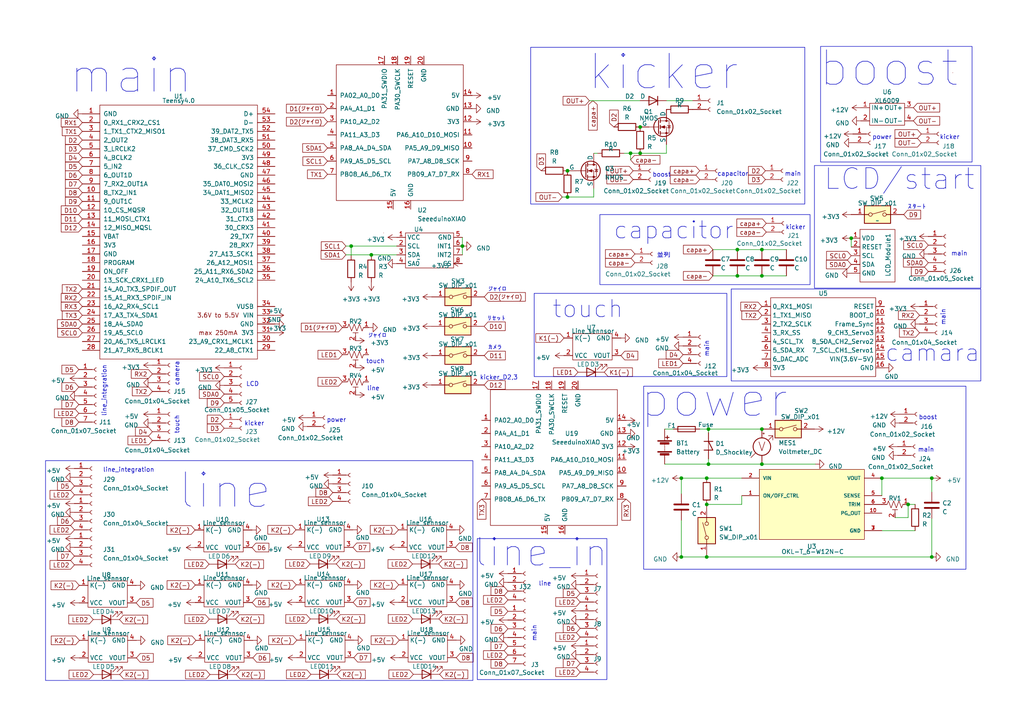
<source format=kicad_sch>
(kicad_sch (version 20230121) (generator eeschema)
  (paper "A4")
  (junction (at 270.256 161.544))
  (junction (at 255.778 138.684))
  (junction (at 263.398 146.304))
  (junction (at 213.868 72.39))
  (junction (at 134.112 71.374))
  (junction (at 220.98 124.46))
  (junction (at 185.674 36.83))
  (junction (at 197.612 161.544))
  (junction (at 182.88 44.45))
  (junction (at 164.592 57.15))
  (junction (at 220.98 72.39))
  (junction (at 185.674 44.45))
  (junction (at 246.888 69.088))
  (junction (at 101.854 71.374))
  (junction (at 204.978 161.544))
  (junction (at 270.256 138.684))
  (junction (at 107.696 73.914))
  (junction (at 213.868 80.01))
  (junction (at 197.612 138.684))
  (junction (at 220.98 80.01))
  (junction (at 220.98 134.62))
  (junction (at 205.486 134.62))
  (junction (at 164.592 49.53))
  (junction (at 205.486 124.46))
  (junction (at 204.978 138.684))
  (junction (at 204.978 146.304))
  (wire (pts (xy 259.588 150.114) (xy 263.398 150.114)))
  (wire (pts (xy 192.786 134.62) (xy 205.486 134.62)))
  (wire (pts (xy 206.756 80.01) (xy 213.868 80.01)))
  (wire (pts (xy 172.212 57.15) (xy 172.212 54.61)))
  (wire (pts (xy 206.756 72.39) (xy 213.868 72.39)))
  (wire (pts (xy 213.868 80.01) (xy 220.98 80.01)))
  (wire (pts (xy 205.486 133.096) (xy 205.486 134.62)))
  (wire (pts (xy 197.612 161.544) (xy 204.978 161.544)))
  (wire (pts (xy 205.486 124.46) (xy 220.98 124.46)))
  (wire (pts (xy 236.474 134.62) (xy 220.98 134.62)))
  (wire (pts (xy 182.88 44.45) (xy 185.674 44.45)))
  (wire (pts (xy 263.398 150.114) (xy 263.398 146.304)))
  (wire (pts (xy 200.914 29.21) (xy 193.294 29.21)))
  (wire (pts (xy 213.868 72.39) (xy 220.98 72.39)))
  (wire (pts (xy 263.398 146.304) (xy 265.43 146.304)))
  (wire (pts (xy 220.98 80.01) (xy 228.092 80.01)))
  (wire (pts (xy 197.612 138.684) (xy 204.978 138.684)))
  (wire (pts (xy 255.778 138.684) (xy 255.778 143.764)))
  (wire (pts (xy 101.854 74.168) (xy 101.854 71.374)))
  (wire (pts (xy 107.696 74.168) (xy 107.696 73.914)))
  (wire (pts (xy 255.778 153.924) (xy 265.43 153.924)))
  (wire (pts (xy 180.975 44.45) (xy 182.88 44.45)))
  (wire (pts (xy 204.978 146.304) (xy 215.138 146.304)))
  (wire (pts (xy 202.946 124.46) (xy 205.486 124.46)))
  (wire (pts (xy 197.612 150.876) (xy 197.612 161.544)))
  (wire (pts (xy 204.978 138.684) (xy 215.138 138.684)))
  (wire (pts (xy 100.33 73.914) (xy 107.696 73.914)))
  (wire (pts (xy 193.294 44.45) (xy 185.674 44.45)))
  (wire (pts (xy 192.786 124.46) (xy 195.326 124.46)))
  (wire (pts (xy 270.256 142.748) (xy 270.256 138.684)))
  (wire (pts (xy 270.256 161.544) (xy 204.978 161.544)))
  (wire (pts (xy 100.33 71.374) (xy 101.854 71.374)))
  (wire (pts (xy 134.112 73.914) (xy 134.112 71.374)))
  (wire (pts (xy 193.294 41.91) (xy 193.294 44.45)))
  (wire (pts (xy 215.138 146.304) (xy 215.138 143.764)))
  (wire (pts (xy 270.256 138.684) (xy 255.778 138.684)))
  (wire (pts (xy 163.068 57.15) (xy 164.592 57.15)))
  (wire (pts (xy 205.486 134.62) (xy 220.98 134.62)))
  (wire (pts (xy 107.696 73.914) (xy 115.062 73.914)))
  (wire (pts (xy 101.854 71.374) (xy 115.062 71.374)))
  (wire (pts (xy 270.256 150.368) (xy 270.256 161.544)))
  (wire (pts (xy 182.88 44.45) (xy 182.88 46.355)))
  (wire (pts (xy 205.486 125.476) (xy 205.486 124.46)))
  (wire (pts (xy 246.888 69.088) (xy 246.888 71.628)))
  (wire (pts (xy 220.98 72.39) (xy 228.092 72.39)))
  (wire (pts (xy 170.942 29.21) (xy 185.674 29.21)))
  (wire (pts (xy 164.592 57.15) (xy 172.212 57.15)))
  (wire (pts (xy 134.112 71.374) (xy 134.112 68.834)))
  (wire (pts (xy 173.355 44.45) (xy 172.212 44.45)))
  (wire (pts (xy 197.612 143.256) (xy 197.612 138.684)))
  (rectangle (start 186.69 112.014) (end 280.162 165.1))
  (rectangle (start 153.924 13.716) (end 233.426 59.182))
  (rectangle (start 236.22 48.006) (end 284.48 83.566))
  (rectangle (start 173.99 62.23) (end 234.95 82.55))
  (rectangle (start 138.43 156.21) (end 176.022 197.104))
  (rectangle (start 237.998 13.462) (end 281.94 46.99))
  (rectangle (start 13.208 133.604) (end 137.16 197.358))
  (rectangle (start 212.09 83.82) (end 284.48 110.49))
  (rectangle (start 154.94 85.09) (end 210.82 109.22))
  (text "main" (at 227.584 51.308 0) (effects (font (size 1.27 1.27)) (justify left bottom)))
  (text "line_integration" (at 30.988 120.904 90) (effects (font (size 1.27 1.27)) (justify left bottom)))
  (text "line" (at 51.308 148.336 0) (effects (font (size 10 10)) (justify left bottom)))
  (text "camera" (at 52.07 112.014 90) (effects (font (size 1.27 1.27)) (justify left bottom)))
  (text "line_integration" (at 29.845 137.16 0) (effects (font (size 1.27 1.27)) (justify left bottom)))
  (text "main" (at 274.32 94.488 90) (effects (font (size 1.27 1.27)) (justify left bottom)))
  (text "main" (at 266.192 131.318 0) (effects (font (size 1.27 1.27)) (justify left bottom)))
  (text "リセット" (at 141.1806 93.3655 0) (effects (font (size 1.27 1.27)) (justify left bottom)))
  (text "camara" (at 256.54 105.41 0) (effects (font (size 5 5)) (justify left bottom)))
  (text "main" (at 155.702 186.182 90) (effects (font (size 1.27 1.27)) (justify left bottom)))
  (text "capacitor" (at 177.8 69.85 0) (effects (font (size 5 5)) (justify left bottom)))
  (text "ジャイロ" (at 106.68 98.298 0) (effects (font (size 1.27 1.27)) (justify left bottom)))
  (text "LCD" (at 71.374 112.268 0) (effects (font (size 1.27 1.27)) (justify left bottom)))
  (text "line" (at 156.21 170.18 0) (effects (font (size 1.27 1.27)) (justify left bottom)))
  (text "line_in" (at 137.16 165.1 0) (effects (font (size 8 8)) (justify left bottom)))
  (text "power" (at 94.742 122.682 0) (effects (font (size 1.27 1.27)) (justify left bottom)))
  (text "kicker" (at 170.18 26.924 0) (effects (font (size 10 10)) (justify left bottom)))
  (text "main" (at 19.812 27.94 0) (effects (font (size 10 10)) (justify left bottom)))
  (text "kicker" (at 227.838 66.802 0) (effects (font (size 1.27 1.27)) (justify left bottom)))
  (text "カメラ" (at 141.4346 101.7475 0) (effects (font (size 1.27 1.27)) (justify left bottom)))
  (text "touch" (at 106.172 105.664 0) (effects (font (size 1.27 1.27)) (justify left bottom)))
  (text "LCD/start" (at 238.76 55.626 0) (effects (font (size 6 6)) (justify left bottom)))
  (text "capacitor" (at 208.026 51.308 0) (effects (font (size 1.27 1.27)) (justify left bottom)))
  (text "スタート" (at 263.144 60.96 0) (effects (font (size 1.27 1.27)) (justify left bottom)))
  (text "line" (at 106.426 113.538 0) (effects (font (size 1.27 1.27)) (justify left bottom)))
  (text "kicker" (at 272.542 40.64 0) (effects (font (size 1.27 1.27)) (justify left bottom)))
  (text "boost" (at 189.23 51.562 0) (effects (font (size 1.27 1.27)) (justify left bottom)))
  (text "並列" (at 190.5 74.93 0) (effects (font (size 1.27 1.27)) (justify left bottom)))
  (text "main" (at 275.844 74.422 0) (effects (font (size 1.27 1.27)) (justify left bottom)))
  (text "touch" (at 52.07 125.984 90) (effects (font (size 1.27 1.27)) (justify left bottom)))
  (text "power" (at 252.984 40.64 0) (effects (font (size 1.27 1.27)) (justify left bottom)))
  (text "kicker" (at 70.866 123.698 0) (effects (font (size 1.27 1.27)) (justify left bottom)))
  (text "boost" (at 237.236 25.908 0) (effects (font (size 10 10)) (justify left bottom)))
  (text "ジャイロ" (at 141.478 84.836 0) (effects (font (size 1.27 1.27)) (justify left bottom)))
  (text "power" (at 185.42 121.92 0) (effects (font (size 10 10)) (justify left bottom)))
  (text "kicker_D2,3" (at 139.1486 110.3835 0) (effects (font (size 1.27 1.27)) (justify left bottom)))
  (text "boost" (at 266.446 121.92 0) (effects (font (size 1.27 1.27)) (justify left bottom)))
  (text "touch" (at 160.02 92.71 0) (effects (font (size 5 5)) (justify left bottom)))
  (text "main" (at 205.74 103.632 90) (effects (font (size 1.27 1.27)) (justify left bottom)))
  (global_label "D7" (shape input) (at 102.616 190.754 0) (property "Intersheetrefs" "${INTERSHEET_REFS}" (effects hide)))
  (global_label "D6" (shape input) (at 168.275 182.245 180) (property "Intersheetrefs" "${INTERSHEET_REFS}" (effects hide)))
  (global_label "LED2" (shape input) (at 27.0392 179.6854 180) (property "Intersheetrefs" "${INTERSHEET_REFS}" (effects hide)))
  (global_label "capa+" (shape input) (at 206.756 72.39 180) (property "Intersheetrefs" "${INTERSHEET_REFS}" (effects hide)))
  (global_label "K2(-)" (shape input) (at 115.57 153.67 180) (property "Intersheetrefs" "${INTERSHEET_REFS}" (effects hide)))
  (global_label "D8" (shape input) (at 132.334 190.754 0) (property "Intersheetrefs" "${INTERSHEET_REFS}" (effects hide)))
  (global_label "D9" (shape input) (at 65.024 116.84 180) (property "Intersheetrefs" "${INTERSHEET_REFS}" (effects hide)))
  (global_label "K2(-)" (shape input) (at 23.0446 185.7277 180) (property "Intersheetrefs" "${INTERSHEET_REFS}" (effects hide)))
  (global_label "D2(ジャイロ)" (shape input) (at 94.996 35.306 180) (property "Intersheetrefs" "${INTERSHEET_REFS}" (effects hide)))
  (global_label "LED2" (shape input) (at 21.59 153.67 180) (property "Intersheetrefs" "${INTERSHEET_REFS}" (effects hide)))
  (global_label "OUT+" (shape input) (at 267.208 38.862 180) (property "Intersheetrefs" "${INTERSHEET_REFS}" (effects hide)))
  (global_label "K2(-)" (shape input) (at 86.106 185.674 180) (property "Intersheetrefs" "${INTERSHEET_REFS}" (effects hide)))
  (global_label "D7" (shape input) (at 102.362 158.75 0) (property "Intersheetrefs" "${INTERSHEET_REFS}" (effects hide)))
  (global_label "SDA0" (shape input) (at 65.024 114.3 180) (property "Intersheetrefs" "${INTERSHEET_REFS}" (effects hide)))
  (global_label "SCL1" (shape input) (at 100.33 71.374 180) (property "Intersheetrefs" "${INTERSHEET_REFS}" (effects hide)))
  (global_label "D1(ジャイロ)" (shape input) (at 94.996 31.496 180) (property "Intersheetrefs" "${INTERSHEET_REFS}" (effects hide)))
  (global_label "RX2" (shape input) (at 266.7 91.44 180) (property "Intersheetrefs" "${INTERSHEET_REFS}" (effects hide)))
  (global_label "LED2" (shape input) (at 119.634 163.576 180) (property "Intersheetrefs" "${INTERSHEET_REFS}" (effects hide)))
  (global_label "OUT+" (shape input) (at 264.922 31.242 0) (property "Intersheetrefs" "${INTERSHEET_REFS}" (effects hide)))
  (global_label "K2(-)" (shape input) (at 127.254 163.576 0) (property "Intersheetrefs" "${INTERSHEET_REFS}" (effects hide)))
  (global_label "D7" (shape input) (at 102.4314 174.6983 0) (property "Intersheetrefs" "${INTERSHEET_REFS}" (effects hide)))
  (global_label "D4" (shape input) (at 44.196 125.222 180) (property "Intersheetrefs" "${INTERSHEET_REFS}" (effects hide)))
  (global_label "K2(-)" (shape input) (at 34.6592 179.6854 0) (property "Intersheetrefs" "${INTERSHEET_REFS}" (effects hide)))
  (global_label "LED2" (shape input) (at 168.275 174.625 180) (property "Intersheetrefs" "${INTERSHEET_REFS}" (effects hide)))
  (global_label "LED2" (shape input) (at 96.52 145.415 180) (property "Intersheetrefs" "${INTERSHEET_REFS}" (effects hide)))
  (global_label "LED2" (shape input) (at 60.6366 163.6297 180) (property "Intersheetrefs" "${INTERSHEET_REFS}" (effects hide)))
  (global_label "LED2" (shape input) (at 21.59 143.51 180) (property "Intersheetrefs" "${INTERSHEET_REFS}" (effects hide)))
  (global_label "LED2" (shape input) (at 27.1086 195.6337 180) (property "Intersheetrefs" "${INTERSHEET_REFS}" (effects hide)))
  (global_label "D8" (shape input) (at 147.32 171.45 180) (property "Intersheetrefs" "${INTERSHEET_REFS}" (effects hide)))
  (global_label "SDA1" (shape input) (at 100.33 73.914 180) (property "Intersheetrefs" "${INTERSHEET_REFS}" (effects hide)))
  (global_label "D6" (shape input) (at 147.32 182.372 180) (property "Intersheetrefs" "${INTERSHEET_REFS}" (effects hide)))
  (global_label "D3" (shape input) (at 23.876 43.18 180) (property "Intersheetrefs" "${INTERSHEET_REFS}" (effects hide)))
  (global_label "K2(-)" (shape input) (at 97.79 195.58 0) (property "Intersheetrefs" "${INTERSHEET_REFS}" (effects hide)))
  (global_label "TX2" (shape input) (at 23.876 83.82 180) (property "Intersheetrefs" "${INTERSHEET_REFS}" (effects hide)))
  (global_label "SDA0" (shape input) (at 269.24 76.2 180) (property "Intersheetrefs" "${INTERSHEET_REFS}" (effects hide)))
  (global_label "SDA0" (shape input) (at 23.876 93.98 180) (property "Intersheetrefs" "${INTERSHEET_REFS}" (effects hide)))
  (global_label "LED2" (shape input) (at 119.7034 179.5243 180) (property "Intersheetrefs" "${INTERSHEET_REFS}" (effects hide)))
  (global_label "OUT-" (shape input) (at 264.922 35.052 0) (property "Intersheetrefs" "${INTERSHEET_REFS}" (effects hide)))
  (global_label "capa-" (shape input) (at 222.25 67.31 180) (property "Intersheetrefs" "${INTERSHEET_REFS}" (effects hide)))
  (global_label "TX2" (shape input) (at 266.7 96.52 180) (property "Intersheetrefs" "${INTERSHEET_REFS}" (effects hide)))
  (global_label "D2" (shape input) (at 23.876 40.64 180) (property "Intersheetrefs" "${INTERSHEET_REFS}" (effects hide)))
  (global_label "OUT-" (shape input) (at 267.208 41.402 180) (property "Intersheetrefs" "${INTERSHEET_REFS}" (effects hide)))
  (global_label "D5" (shape input) (at 168.275 172.085 180) (property "Intersheetrefs" "${INTERSHEET_REFS}" (effects hide)))
  (global_label "K2(-)" (shape input) (at 115.6394 169.6183 180) (property "Intersheetrefs" "${INTERSHEET_REFS}" (effects hide)))
  (global_label "D3" (shape input) (at 65.024 124.206 180) (property "Intersheetrefs" "${INTERSHEET_REFS}" (effects hide)))
  (global_label "D6" (shape input) (at 22.86 112.268 180) (property "Intersheetrefs" "${INTERSHEET_REFS}" (effects hide)))
  (global_label "D10" (shape input) (at 23.876 60.96 180) (property "Intersheetrefs" "${INTERSHEET_REFS}" (effects hide)))
  (global_label "RX1" (shape input) (at 23.876 35.56 180) (property "Intersheetrefs" "${INTERSHEET_REFS}" (effects hide)))
  (global_label "D7" (shape input) (at 147.32 187.452 180) (property "Intersheetrefs" "${INTERSHEET_REFS}" (effects hide)))
  (global_label "D5" (shape input) (at 22.86 107.188 180) (property "Intersheetrefs" "${INTERSHEET_REFS}" (effects hide)))
  (global_label "D5" (shape input) (at 39.5546 190.8077 0) (property "Intersheetrefs" "${INTERSHEET_REFS}" (effects hide)))
  (global_label "K2(-)" (shape input) (at 85.852 153.67 180) (property "Intersheetrefs" "${INTERSHEET_REFS}" (effects hide)))
  (global_label "K2(-)" (shape input) (at 68.326 179.578 0) (property "Intersheetrefs" "${INTERSHEET_REFS}" (effects hide)))
  (global_label "D11" (shape input) (at 140.462 103.124 0) (property "Intersheetrefs" "${INTERSHEET_REFS}" (effects hide)))
  (global_label "K2(-)" (shape input) (at 115.824 185.674 180) (property "Intersheetrefs" "${INTERSHEET_REFS}" (effects hide)))
  (global_label "K2(-)" (shape input) (at 56.5726 153.7237 180) (property "Intersheetrefs" "${INTERSHEET_REFS}" (effects hide)))
  (global_label "K2(-)" (shape input) (at 127.3234 179.5243 0) (property "Intersheetrefs" "${INTERSHEET_REFS}" (effects hide)))
  (global_label "LED2" (shape input) (at 60.706 179.578 180) (property "Intersheetrefs" "${INTERSHEET_REFS}" (effects hide)))
  (global_label "LED1" (shape input) (at 167.64 107.95 180) (property "Intersheetrefs" "${INTERSHEET_REFS}" (effects hide)))
  (global_label "RX3" (shape input) (at 181.61 144.78 270) (property "Intersheetrefs" "${INTERSHEET_REFS}" (effects hide)))
  (global_label "D7" (shape input) (at 23.876 53.34 180) (property "Intersheetrefs" "${INTERSHEET_REFS}" (effects hide)))
  (global_label "capa-" (shape input) (at 202.946 52.07 180) (property "Intersheetrefs" "${INTERSHEET_REFS}" (effects hide)))
  (global_label "K2(-)" (shape input) (at 56.8266 185.7277 180) (property "Intersheetrefs" "${INTERSHEET_REFS}" (effects hide)))
  (global_label "LED2" (shape input) (at 89.916 163.576 180) (property "Intersheetrefs" "${INTERSHEET_REFS}" (effects hide)))
  (global_label "D6" (shape input) (at 21.59 151.13 180) (property "Intersheetrefs" "${INTERSHEET_REFS}" (effects hide)))
  (global_label "K2(-)" (shape input) (at 34.7286 195.6337 0) (property "Intersheetrefs" "${INTERSHEET_REFS}" (effects hide)))
  (global_label "D8" (shape input) (at 132.1494 174.6983 0) (property "Intersheetrefs" "${INTERSHEET_REFS}" (effects hide)))
  (global_label "LED2" (shape input) (at 168.275 184.785 180) (property "Intersheetrefs" "${INTERSHEET_REFS}" (effects hide)))
  (global_label "LED2" (shape input) (at 60.8906 195.6337 180) (property "Intersheetrefs" "${INTERSHEET_REFS}" (effects hide)))
  (global_label "D5" (shape input) (at 39.4852 174.8594 0) (property "Intersheetrefs" "${INTERSHEET_REFS}" (effects hide)))
  (global_label "D5" (shape input) (at 23.876 48.26 180) (property "Intersheetrefs" "${INTERSHEET_REFS}" (effects hide)))
  (global_label "capa+" (shape input) (at 222.25 64.77 180) (property "Intersheetrefs" "${INTERSHEET_REFS}" (effects hide)))
  (global_label "K2(-)" (shape input) (at 56.642 169.672 180) (property "Intersheetrefs" "${INTERSHEET_REFS}" (effects hide)))
  (global_label "RX2" (shape input) (at 220.98 88.9 180) (property "Intersheetrefs" "${INTERSHEET_REFS}" (effects hide)))
  (global_label "D4" (shape input) (at 23.876 45.72 180) (property "Intersheetrefs" "${INTERSHEET_REFS}" (effects hide)))
  (global_label "RX2" (shape input) (at 44.196 108.458 180) (property "Intersheetrefs" "${INTERSHEET_REFS}" (effects hide)))
  (global_label "OUT-" (shape input) (at 163.068 57.15 180) (property "Intersheetrefs" "${INTERSHEET_REFS}" (effects hide)))
  (global_label "D6" (shape input) (at 23.876 50.8 180) (property "Intersheetrefs" "${INTERSHEET_REFS}" (effects hide)))
  (global_label "D3" (shape input) (at 221.996 52.07 180) (property "Intersheetrefs" "${INTERSHEET_REFS}" (effects hide)))
  (global_label "LED1" (shape input) (at 44.196 127.762 180) (property "Intersheetrefs" "${INTERSHEET_REFS}" (effects hide)))
  (global_label "LED2" (shape input) (at 99.314 110.744 180) (property "Intersheetrefs" "${INTERSHEET_REFS}" (effects hide)))
  (global_label "capa+" (shape input) (at 184.15 73.66 180) (property "Intersheetrefs" "${INTERSHEET_REFS}" (effects hide)))
  (global_label "D8" (shape input) (at 96.52 142.875 180) (property "Intersheetrefs" "${INTERSHEET_REFS}" (effects hide)))
  (global_label "K1(-)" (shape input) (at 163.576 98.044 180) (property "Intersheetrefs" "${INTERSHEET_REFS}" (effects hide)))
  (global_label "TX1" (shape input) (at 23.876 38.1 180) (property "Intersheetrefs" "${INTERSHEET_REFS}" (effects hide)))
  (global_label "LED1" (shape input) (at 99.314 102.87 180) (property "Intersheetrefs" "${INTERSHEET_REFS}" (effects hide)))
  (global_label "D3" (shape input) (at 156.972 49.53 90) (property "Intersheetrefs" "${INTERSHEET_REFS}" (effects hide)))
  (global_label "TX3" (shape input) (at 139.7 144.78 270) (property "Intersheetrefs" "${INTERSHEET_REFS}" (effects hide)))
  (global_label "D2" (shape input) (at 178.054 36.83 90) (property "Intersheetrefs" "${INTERSHEET_REFS}" (effects hide)))
  (global_label "capa-" (shape input) (at 184.15 76.2 180) (property "Intersheetrefs" "${INTERSHEET_REFS}" (effects hide)))
  (global_label "K2(-)" (shape input) (at 68.5106 195.6337 0) (property "Intersheetrefs" "${INTERSHEET_REFS}" (effects hide)))
  (global_label "capa-" (shape input) (at 182.88 46.355 0) (property "Intersheetrefs" "${INTERSHEET_REFS}" (effects hide)))
  (global_label "D1(ジャイロ)" (shape input) (at 99.314 94.996 180) (property "Intersheetrefs" "${INTERSHEET_REFS}" (effects hide)))
  (global_label "LED1" (shape input) (at 198.12 105.41 180) (property "Intersheetrefs" "${INTERSHEET_REFS}" (effects hide)))
  (global_label "capa+" (shape input) (at 202.946 49.53 180) (property "Intersheetrefs" "${INTERSHEET_REFS}" (effects hide)))
  (global_label "K2(-)" (shape input) (at 22.9752 169.7794 180) (property "Intersheetrefs" "${INTERSHEET_REFS}" (effects hide)))
  (global_label "LED2" (shape input) (at 168.275 194.945 180) (property "Intersheetrefs" "${INTERSHEET_REFS}" (effects hide)))
  (global_label "OUT-" (shape input) (at 183.642 52.07 180) (property "Intersheetrefs" "${INTERSHEET_REFS}" (effects hide)))
  (global_label "K2(-)" (shape input) (at 97.536 163.576 0) (property "Intersheetrefs" "${INTERSHEET_REFS}" (effects hide)))
  (global_label "LED2" (shape input) (at 119.888 195.58 180) (property "Intersheetrefs" "${INTERSHEET_REFS}" (effects hide)))
  (global_label "capa-" (shape input) (at 206.756 80.01 180) (property "Intersheetrefs" "${INTERSHEET_REFS}" (effects hide)))
  (global_label "D6" (shape input) (at 73.3366 190.8077 0) (property "Intersheetrefs" "${INTERSHEET_REFS}" (effects hide)))
  (global_label "LED2" (shape input) (at 147.32 189.992 180) (property "Intersheetrefs" "${INTERSHEET_REFS}" (effects hide)))
  (global_label "D7" (shape input) (at 22.86 117.348 180) (property "Intersheetrefs" "${INTERSHEET_REFS}" (effects hide)))
  (global_label "D9" (shape input) (at 269.24 78.74 180) (property "Intersheetrefs" "${INTERSHEET_REFS}" (effects hide)))
  (global_label "LED2" (shape input) (at 21.59 163.83 180) (property "Intersheetrefs" "${INTERSHEET_REFS}" (effects hide)))
  (global_label "D8" (shape input) (at 147.32 192.532 180) (property "Intersheetrefs" "${INTERSHEET_REFS}" (effects hide)))
  (global_label "D10" (shape input) (at 140.4186 94.6355 0) (property "Intersheetrefs" "${INTERSHEET_REFS}" (effects hide)))
  (global_label "D5" (shape input) (at 147.32 177.292 180) (property "Intersheetrefs" "${INTERSHEET_REFS}" (effects hide)))
  (global_label "capa+" (shape input) (at 171.958 29.21 270) (property "Intersheetrefs" "${INTERSHEET_REFS}" (effects hide)))
  (global_label "SCL0" (shape input) (at 269.24 71.12 180) (property "Intersheetrefs" "${INTERSHEET_REFS}" (effects hide)))
  (global_label "LED2" (shape input) (at 22.86 119.888 180) (property "Intersheetrefs" "${INTERSHEET_REFS}" (effects hide)))
  (global_label "K2(-)" (shape input) (at 97.6054 179.5243 0) (property "Intersheetrefs" "${INTERSHEET_REFS}" (effects hide)))
  (global_label "D7" (shape input) (at 21.59 161.29 180) (property "Intersheetrefs" "${INTERSHEET_REFS}" (effects hide)))
  (global_label "D5" (shape input) (at 21.59 140.97 180) (property "Intersheetrefs" "${INTERSHEET_REFS}" (effects hide)))
  (global_label "D11" (shape input) (at 23.876 63.5 180) (property "Intersheetrefs" "${INTERSHEET_REFS}" (effects hide)))
  (global_label "D6" (shape input) (at 73.152 174.752 0) (property "Intersheetrefs" "${INTERSHEET_REFS}" (effects hide)))
  (global_label "SCL0" (shape input) (at 65.024 109.22 180) (property "Intersheetrefs" "${INTERSHEET_REFS}" (effects hide)))
  (global_label "D4" (shape input) (at 180.086 103.124 0) (property "Intersheetrefs" "${INTERSHEET_REFS}" (effects hide)))
  (global_label "D4" (shape input) (at 198.12 102.87 180) (property "Intersheetrefs" "${INTERSHEET_REFS}" (effects hide)))
  (global_label "SCL0" (shape input) (at 246.888 74.168 180) (property "Intersheetrefs" "${INTERSHEET_REFS}" (effects hide)))
  (global_label "LED2" (shape input) (at 90.17 195.58 180) (property "Intersheetrefs" "${INTERSHEET_REFS}" (effects hide)))
  (global_label "D9" (shape input) (at 23.876 58.42 180) (property "Intersheetrefs" "${INTERSHEET_REFS}" (effects hide)))
  (global_label "TX3" (shape input) (at 23.876 91.44 180) (property "Intersheetrefs" "${INTERSHEET_REFS}" (effects hide)))
  (global_label "D12" (shape input) (at 140.4186 111.6535 0) (property "Intersheetrefs" "${INTERSHEET_REFS}" (effects hide)))
  (global_label "OUT+" (shape input) (at 183.642 49.53 180) (property "Intersheetrefs" "${INTERSHEET_REFS}" (effects hide)))
  (global_label "D12" (shape input) (at 23.876 66.04 180) (property "Intersheetrefs" "${INTERSHEET_REFS}" (effects hide)))
  (global_label "OUT+" (shape input) (at 170.942 29.21 180) (property "Intersheetrefs" "${INTERSHEET_REFS}" (effects hide)))
  (global_label "LED2" (shape input) (at 89.9854 179.5243 180) (property "Intersheetrefs" "${INTERSHEET_REFS}" (effects hide)))
  (global_label "D6" (shape input) (at 73.0826 158.8037 0) (property "Intersheetrefs" "${INTERSHEET_REFS}" (effects hide)))
  (global_label "LED2" (shape input) (at 147.32 173.99 180) (property "Intersheetrefs" "${INTERSHEET_REFS}" (effects hide)))
  (global_label "D8" (shape input) (at 23.876 55.88 180) (property "Intersheetrefs" "${INTERSHEET_REFS}" (effects hide)))
  (global_label "SDA0" (shape input) (at 246.888 76.708 180) (property "Intersheetrefs" "${INTERSHEET_REFS}" (effects hide)))
  (global_label "TX1" (shape input) (at 94.996 50.546 180) (property "Intersheetrefs" "${INTERSHEET_REFS}" (effects hide)))
  (global_label "D8" (shape input) (at 22.86 122.428 180) (property "Intersheetrefs" "${INTERSHEET_REFS}" (effects hide)))
  (global_label "D9" (shape input) (at 262.128 62.23 0) (property "Intersheetrefs" "${INTERSHEET_REFS}" (effects hide)))
  (global_label "TX2" (shape input) (at 44.196 113.538 180) (property "Intersheetrefs" "${INTERSHEET_REFS}" (effects hide)))
  (global_label "K2(-)" (shape input) (at 68.2566 163.6297 0) (property "Intersheetrefs" "${INTERSHEET_REFS}" (effects hide)))
  (global_label "TX2" (shape input) (at 220.98 91.44 180) (property "Intersheetrefs" "${INTERSHEET_REFS}" (effects hide)))
  (global_label "D2" (shape input) (at 221.996 49.53 180) (property "Intersheetrefs" "${INTERSHEET_REFS}" (effects hide)))
  (global_label "K2(-)" (shape input) (at 127.508 195.58 0) (property "Intersheetrefs" "${INTERSHEET_REFS}" (effects hide)))
  (global_label "D2" (shape input) (at 65.024 121.666 180) (property "Intersheetrefs" "${INTERSHEET_REFS}" (effects hide)))
  (global_label "D7" (shape input) (at 168.275 192.405 180) (property "Intersheetrefs" "${INTERSHEET_REFS}" (effects hide)))
  (global_label "RX1" (shape input) (at 136.906 50.546 0) (property "Intersheetrefs" "${INTERSHEET_REFS}" (effects hide)))
  (global_label "K1(-)" (shape input) (at 175.26 107.95 0) (property "Intersheetrefs" "${INTERSHEET_REFS}" (effects hide)))
  (global_label "D8" (shape input) (at 132.08 158.75 0) (property "Intersheetrefs" "${INTERSHEET_REFS}" (effects hide)))
  (global_label "RX2" (shape input) (at 23.876 86.36 180) (property "Intersheetrefs" "${INTERSHEET_REFS}" (effects hide)))
  (global_label "SDA1" (shape input) (at 94.996 42.926 180) (property "Intersheetrefs" "${INTERSHEET_REFS}" (effects hide)))
  (global_label "SCL1" (shape input) (at 94.996 46.736 180) (property "Intersheetrefs" "${INTERSHEET_REFS}" (effects hide)))
  (global_label "D2(ジャイロ)" (shape input) (at 140.462 86.106 0) (property "Intersheetrefs" "${INTERSHEET_REFS}" (effects hide)))
  (global_label "K2(-)" (shape input) (at 85.9214 169.6183 180) (property "Intersheetrefs" "${INTERSHEET_REFS}" (effects hide)))
  (global_label "SCL0" (shape input) (at 23.876 96.52 180) (property "Intersheetrefs" "${INTERSHEET_REFS}" (effects hide)))
  (global_label "RX3" (shape input) (at 23.876 88.9 180) (property "Intersheetrefs" "${INTERSHEET_REFS}" (effects hide)))
  (symbol (lib_id "power:+5V") (at 115.6394 174.6983 90) (unit 1)
    (property "Reference" "#PWR050" (effects hide))
    (property "Value" "+5V" (at 111.5557 175.3333 90) (effects (justify left)))
  )
  (symbol (lib_id "Line_Sensor:Line_sennsor") (at 94.8114 167.0783 0) (unit 1)
    (property "Reference" "U14" (at 93.7954 166.5703 0))
    (property "Value" "Line_sennsor" (at 94.3034 167.5863 0))
  )
  (symbol (lib_id "Connector:Conn_01x02_Socket") (at 94.234 121.158 0) (unit 1)
    (property "Reference" "J25" (at 95.25 124.714 0) (effects (justify left)))
    (property "Value" "Conn_01x02_Socket" (at 80.518 127 0) (effects (justify left)))
  )
  (symbol (lib_id "Connector:Conn_01x02_Socket") (at 189.23 73.66 0) (unit 1)
    (property "Reference" "J28" (at 190.246 77.216 0) (effects (justify left)))
    (property "Value" "Conn_01x02_Socket" (at 175.514 79.502 0) (effects (justify left)))
  )
  (symbol (lib_id "Connector:Conn_01x02_Socket") (at 265.43 129.54 0) (unit 1)
    (property "Reference" "J24" (at 266.446 133.096 0) (effects (justify left)))
    (property "Value" "Conn_01x02_Socket" (at 251.714 135.382 0) (effects (justify left)))
  )
  (symbol (lib_id "power:GND") (at 39.5546 185.7277 90) (unit 1)
    (property "Reference" "#PWR036" (effects hide))
    (property "Value" "GND" (at 43.6186 186.3627 90) (effects (justify right)))
  )
  (symbol (lib_id "Switch:SW_DIP_x01") (at 132.7986 94.6355 0) (unit 1)
    (property "Reference" "SW6" (at 132.588 89.916 0))
    (property "Value" "SW_DIP_x01" (at 132.7986 91.3335 0))
  )
  (symbol (lib_id "power:+5V") (at 56.5726 158.8037 90) (unit 1)
    (property "Reference" "#PWR037" (effects hide))
    (property "Value" "+5V" (at 52.4889 159.4387 90) (effects (justify left)))
  )
  (symbol (lib_id "power:+3V3") (at 79.756 96.52 270) (unit 1)
    (property "Reference" "#PWR09" (effects hide))
    (property "Value" "+3V3" (at 77.724 95.25 90) (effects (justify left)))
  )
  (symbol (lib_id "Device:C") (at 213.868 76.2 0) (unit 1)
    (property "Reference" "C8" (at 216.154 75.184 0) (effects (justify left)))
    (property "Value" "C" (at 216.154 77.724 0) (effects (justify left)))
  )
  (symbol (lib_id "power:+5V") (at 115.824 190.754 90) (unit 1)
    (property "Reference" "#PWR051" (effects hide))
    (property "Value" "+5V" (at 111.7403 191.389 90) (effects (justify left)))
  )
  (symbol (lib_id "power:GND") (at 23.876 33.02 270) (unit 1)
    (property "Reference" "#PWR019" (effects hide))
    (property "Value" "GND" (at 20.066 33.655 90) (effects (justify right)))
  )
  (symbol (lib_id "power:GND") (at 266.7 93.98 270) (unit 1)
    (property "Reference" "#PWR084" (effects hide))
    (property "Value" "GND" (at 263.144 94.615 90) (effects (justify right)))
  )
  (symbol (lib_id "power:+5V") (at 21.59 146.05 90) (unit 1)
    (property "Reference" "#PWR0104" (effects hide))
    (property "Value" "+5V" (at 17.5063 146.685 90) (effects (justify left)))
  )
  (symbol (lib_id "power:GND") (at 73.0826 153.7237 90) (unit 1)
    (property "Reference" "#PWR039" (effects hide))
    (property "Value" "GND" (at 73.5906 156.0097 90) (effects (justify right)))
  )
  (symbol (lib_id "Open MV:Open_MV") (at 238.76 96.52 0) (unit 1)
    (property "Reference" "U5" (at 238.76 85.09 0))
    (property "Value" "~" (at 238.76 99.06 0))
  )
  (symbol (lib_id "power:+5V") (at 89.154 121.158 90) (unit 1)
    (property "Reference" "#PWR093" (effects hide))
    (property "Value" "+5V" (at 85.7665 121.793 90) (effects (justify left)))
  )
  (symbol (lib_id "power:GND") (at 180.086 98.044 90) (unit 1)
    (property "Reference" "#PWR031" (effects hide))
    (property "Value" "GND" (at 184.15 98.679 90) (effects (justify right)))
  )
  (symbol (lib_id "power:GND") (at 256.54 106.68 90) (unit 1)
    (property "Reference" "#PWR026" (effects hide))
    (property "Value" "GND" (at 256.54 109.22 90) (effects (justify right)))
  )
  (symbol (lib_id "power:+5V") (at 103.124 106.68 270) (unit 1)
    (property "Reference" "#PWR029" (effects hide))
    (property "Value" "+5V" (at 107.442 107.315 90) (effects (justify left)))
  )
  (symbol (lib_id "Connector:Conn_01x02_Socket") (at 70.104 121.666 0) (unit 1)
    (property "Reference" "J23" (at 71.12 125.222 0) (effects (justify left)))
    (property "Value" "Conn_01x02_Socket" (at 56.388 127.508 0) (effects (justify left)))
  )
  (symbol (lib_id "power:+5V") (at 21.59 135.89 90) (unit 1)
    (property "Reference" "#PWR0102" (effects hide))
    (property "Value" "+5V" (at 17.5063 136.525 90) (effects (justify left)))
  )
  (symbol (lib_id "teensy:Teensy4.0") (at 51.816 67.31 0) (unit 1)
    (property "Reference" "U1" (at 51.816 27.94 0))
    (property "Value" "Teensy4.0" (at 51.816 29.21 0))
  )
  (symbol (lib_id "power:GND") (at 181.61 125.73 90) (unit 1)
    (property "Reference" "#PWR0100" (effects hide))
    (property "Value" "GND" (at 181.61 127 90) (effects (justify right)))
  )
  (symbol (lib_id "power:+12V") (at 197.612 138.684 90) (unit 1)
    (property "Reference" "#PWR04" (effects hide))
    (property "Value" "+12V" (at 194.056 139.319 90) (effects (justify left)))
  )
  (symbol (lib_id "Device:R") (at 101.854 77.978 0) (unit 1)
    (property "Reference" "R4" (at 103.886 77.343 0) (effects (justify left)))
    (property "Value" "R" (at 103.886 79.883 0) (effects (justify left)))
  )
  (symbol (lib_id "Device:R") (at 181.864 36.83 90) (unit 1)
    (property "Reference" "R6" (at 181.864 31.496 90))
    (property "Value" "R" (at 181.864 34.036 90))
  )
  (symbol (lib_id "Device:R_Potentiometer_Trim_US") (at 103.124 102.87 270) (unit 1)
    (property "Reference" "RV3" (at 103.124 101.092 90))
    (property "Value" "R_Potentiometer_Trim_US" (effects hide))
  )
  (symbol (lib_id "Device:C") (at 197.612 147.066 0) (unit 1)
    (property "Reference" "C1" (at 200.66 146.431 0) (effects (justify left)))
    (property "Value" "C" (at 200.66 148.971 0) (effects (justify left)))
  )
  (symbol (lib_id "Seeeduino XIAO:SeeeduinoXIAO") (at 161.29 133.35 0) (unit 1)
    (property "Reference" "U19" (at 163.83 125.73 0) (effects (justify left)))
    (property "Value" "SeeeduinoXIAO" (at 160.02 128.27 0) (effects (justify left)))
  )
  (symbol (lib_id "Device:R_Potentiometer_Trim_US") (at 103.124 94.996 270) (unit 1)
    (property "Reference" "RV2" (at 103.124 93.218 90))
    (property "Value" "R_Potentiometer_Trim_US" (effects hide))
  )
  (symbol (lib_id "Connector:Conn_01x04_Socket") (at 173.355 169.545 0) (unit 1)
    (property "Reference" "J7" (at 172.085 170.815 0) (effects (justify left)))
    (property "Value" "Conn_01x04_Socket" (effects hide))
  )
  (symbol (lib_id "power:GND") (at 102.362 153.67 90) (unit 1)
    (property "Reference" "#PWR046" (effects hide))
    (property "Value" "GND" (at 103.124 155.956 90) (effects (justify right)))
  )
  (symbol (lib_id "Connector:Conn_01x02_Socket") (at 272.288 38.862 0) (unit 1)
    (property "Reference" "J18" (at 273.304 42.418 0) (effects (justify left)))
    (property "Value" "Conn_01x02_Socket" (at 258.572 44.704 0) (effects (justify left)))
  )
  (symbol (lib_id "Connector:Conn_01x04_Socket") (at 26.67 148.59 0) (unit 1)
    (property "Reference" "J30" (at 29.845 149.225 0) (effects (justify left)))
    (property "Value" "Conn_01x04_Socket" (at 29.845 151.765 0) (effects (justify left)))
  )
  (symbol (lib_id "power:+3V3") (at 103.124 98.806 270) (unit 1)
    (property "Reference" "#PWR020" (effects hide))
    (property "Value" "+3V3" (at 107.442 99.441 90) (effects (justify left)))
  )
  (symbol (lib_id "power:GND") (at 132.1494 169.6183 90) (unit 1)
    (property "Reference" "#PWR053" (effects hide))
    (property "Value" "GND" (at 132.9114 172.1583 90) (effects (justify right)))
  )
  (symbol (lib_id "power:+5V") (at 23.0446 190.8077 90) (unit 1)
    (property "Reference" "#PWR035" (effects hide))
    (property "Value" "+5V" (at 18.9609 191.4427 90) (effects (justify left)))
  )
  (symbol (lib_id "power:GND") (at 147.32 168.91 270) (unit 1)
    (property "Reference" "#PWR0109" (effects hide))
    (property "Value" "GND" (at 144.526 169.545 90) (effects (justify right)))
  )
  (symbol (lib_id "Device:LED") (at 30.8492 179.6854 180) (unit 1)
    (property "Reference" "D4" (at 31.8652 177.3994 0))
    (property "Value" "LED" (at 28.5632 177.3994 0))
  )
  (symbol (lib_id "power:GND") (at 44.196 122.682 270) (unit 1)
    (property "Reference" "#PWR082" (effects hide))
    (property "Value" "GND" (at 40.132 123.317 90) (effects (justify right)))
  )
  (symbol (lib_id "Line_Sensor:Line_sennsor") (at 94.996 183.134 0) (unit 1)
    (property "Reference" "U15" (at 93.98 182.626 0))
    (property "Value" "Line_sennsor" (at 94.488 183.642 0))
  )
  (symbol (lib_id "power:GND") (at 89.154 123.698 270) (unit 1)
    (property "Reference" "#PWR094" (effects hide))
    (property "Value" "GND" (at 85.5967 124.333 90) (effects (justify right)))
  )
  (symbol (lib_id "Connector:Conn_01x04_Socket") (at 101.6 140.335 0) (unit 1)
    (property "Reference" "J10" (at 104.775 140.97 0) (effects (justify left)))
    (property "Value" "Conn_01x04_Socket" (at 104.775 143.51 0) (effects (justify left)))
  )
  (symbol (lib_id "power:GND") (at 134.112 71.374 90) (unit 1)
    (property "Reference" "#PWR014" (effects hide))
    (property "Value" "GND" (at 138.176 72.009 90) (effects (justify right)))
  )
  (symbol (lib_id "Connector:Conn_01x02_Socket") (at 265.938 120.142 0) (unit 1)
    (property "Reference" "J16" (at 266.954 123.698 0) (effects (justify left)))
    (property "Value" "Conn_01x02_Socket" (at 252.222 125.984 0) (effects (justify left)))
  )
  (symbol (lib_id "power:+5V") (at 44.196 120.142 90) (unit 1)
    (property "Reference" "#PWR081" (effects hide))
    (property "Value" "+5V" (at 40.1123 120.777 90) (effects (justify left)))
  )
  (symbol (lib_id "power:+3V3") (at 125.222 86.106 90) (unit 1)
    (property "Reference" "#PWR022" (effects hide))
    (property "Value" "+3V3" (at 121.7778 86.741 90) (effects (justify left)))
  )
  (symbol (lib_id "power:+12V") (at 249.682 31.242 90) (unit 1)
    (property "Reference" "#PWR027" (effects hide))
    (property "Value" "+12V" (at 246.126 31.877 90) (effects (justify left)))
  )
  (symbol (lib_id "Line_Sensor:Line_sennsor") (at 124.46 151.13 0) (unit 1)
    (property "Reference" "U16" (at 123.444 150.622 0))
    (property "Value" "Line_sennsor" (at 123.952 151.638 0))
  )
  (symbol (lib_id "power:+3V3") (at 125.1786 94.6355 90) (unit 1)
    (property "Reference" "#PWR057" (effects hide))
    (property "Value" "+3V3" (at 121.8766 95.2705 90) (effects (justify left)))
  )
  (symbol (lib_id "power:+3V3") (at 125.222 103.124 90) (unit 1)
    (property "Reference" "#PWR058" (effects hide))
    (property "Value" "+3V3" (at 121.92 103.759 90) (effects (justify left)))
  )
  (symbol (lib_id "power:GND") (at 197.612 161.544 270) (unit 1)
    (property "Reference" "#PWR03" (effects hide))
    (property "Value" "GND" (at 193.548 162.179 90) (effects (justify right)))
  )
  (symbol (lib_id "power:GND") (at 168.275 169.545 270) (unit 1)
    (property "Reference" "#PWR070" (effects hide))
    (property "Value" "GND" (at 165.481 170.18 90) (effects (justify right)))
  )
  (symbol (lib_id "power:+5V") (at 168.275 167.005 90) (unit 1)
    (property "Reference" "#PWR069" (effects hide))
    (property "Value" "+5V" (at 164.1913 167.64 90) (effects (justify left)))
  )
  (symbol (lib_id "Device:LED") (at 123.444 163.576 180) (unit 1)
    (property "Reference" "D12" (at 124.46 161.29 0))
    (property "Value" "LED" (at 121.158 161.29 0))
  )
  (symbol (lib_id "power:GND") (at 73.3366 185.7277 90) (unit 1)
    (property "Reference" "#PWR042" (effects hide))
    (property "Value" "GND" (at 73.8446 188.0137 90) (effects (justify right)))
  )
  (symbol (lib_id "Device:R") (at 177.165 44.45 90) (unit 1)
    (property "Reference" "R10" (at 177.165 41.91 90))
    (property "Value" "R" (at 177.165 43.18 90))
  )
  (symbol (lib_id "power:+3V3") (at 246.888 62.23 90) (unit 1)
    (property "Reference" "#PWR056" (effects hide))
    (property "Value" "+3V3" (at 243.586 62.865 90) (effects (justify left)))
  )
  (symbol (lib_id "Line_Sensor:Line_sennsor") (at 172.466 95.504 0) (unit 1)
    (property "Reference" "U7" (at 171.45 94.996 0))
    (property "Value" "Line_sennsor" (at 171.958 96.012 0))
  )
  (symbol (lib_id "power:+3V3") (at 134.112 76.454 90) (unit 1)
    (property "Reference" "#PWR015" (effects hide))
    (property "Value" "+3V3" (at 130.302 77.089 90) (effects (justify left)))
  )
  (symbol (lib_id "power:+3V3") (at 44.196 105.918 90) (unit 1)
    (property "Reference" "#PWR085" (effects hide))
    (property "Value" "+3V3" (at 40.5646 106.553 90) (effects (justify left)))
  )
  (symbol (lib_id "Connector:Conn_01x04_Socket") (at 49.276 122.682 0) (unit 1)
    (property "Reference" "J13" (at 50.292 127.762 0) (effects (justify left)))
    (property "Value" "Conn_01x04_Socket" (at 36.068 130.556 0) (effects (justify left)))
  )
  (symbol (lib_id "L3GD20H_Module:L3GD20H_module") (at 123.952 72.644 0) (unit 1)
    (property "Reference" "U4" (at 121.412 66.548 0))
    (property "Value" "~" (at 121.412 75.184 0))
  )
  (symbol (lib_id "power:GND") (at 39.4852 169.7794 90) (unit 1)
    (property "Reference" "#PWR034" (effects hide))
    (property "Value" "GND" (at 43.5492 170.4144 90) (effects (justify right)))
  )
  (symbol (lib_id "Connector:Conn_01x02_Socket") (at 227.076 49.53 0) (unit 1)
    (property "Reference" "J22" (at 228.092 53.086 0) (effects (justify left)))
    (property "Value" "Conn_01x02_Socket" (at 213.36 55.372 0) (effects (justify left)))
  )
  (symbol (lib_id "power:GND") (at 270.256 161.544 90) (unit 1)
    (property "Reference" "#PWR02" (effects hide))
    (property "Value" "GND" (at 274.32 162.179 90) (effects (justify right)))
  )
  (symbol (lib_id "power:+3V3") (at 269.24 68.58 90) (unit 1)
    (property "Reference" "#PWR096" (effects hide))
    (property "Value" "+3V3" (at 265.938 69.215 90) (effects (justify left)))
  )
  (symbol (lib_id "Device:R_Potentiometer_Trim_US") (at 259.588 146.304 270) (unit 1)
    (property "Reference" "RV1" (at 259.588 144.526 90))
    (property "Value" "R_Potentiometer_Trim_US" (effects hide))
  )
  (symbol (lib_id "Device:Voltmeter_DC") (at 220.98 129.54 0) (unit 1)
    (property "Reference" "MES1" (at 225.806 128.4605 0) (effects (justify left)))
    (property "Value" "Voltmeter_DC" (at 225.806 131.0005 0) (effects (justify left)))
  )
  (symbol (lib_id "power:+5V") (at 22.86 109.728 90) (unit 1)
    (property "Reference" "#PWR077" (effects hide))
    (property "Value" "+5V" (at 18.7763 110.363 90) (effects (justify left)))
  )
  (symbol (lib_id "Connector:Conn_01x04_Socket") (at 26.67 138.43 0) (unit 1)
    (property "Reference" "J29" (at 29.845 139.065 0) (effects (justify left)))
    (property "Value" "Conn_01x04_Socket" (at 29.845 141.605 0) (effects (justify left)))
  )
  (symbol (lib_id "power:GND") (at 21.59 158.75 270) (unit 1)
    (property "Reference" "#PWR0107" (effects hide))
    (property "Value" "GND" (at 18.796 159.385 90) (effects (justify right)))
  )
  (symbol (lib_id "power:+5V") (at 260.35 129.54 90) (unit 1)
    (property "Reference" "#PWR091" (effects hide))
    (property "Value" "+5V" (at 256.9625 130.175 90) (effects (justify left)))
  )
  (symbol (lib_id "power:+5V") (at 136.906 27.686 270) (unit 1)
    (property "Reference" "#PWR010" (effects hide))
    (property "Value" "+5V" (at 141.224 28.321 90) (effects (justify left)))
  )
  (symbol (lib_id "Seeeduino XIAO:SeeeduinoXIAO") (at 116.586 39.116 0) (unit 1)
    (property "Reference" "U2" (at 121.0819 60.96 0) (effects (justify left)))
    (property "Value" "SeeeduinoXIAO" (at 121.0819 63.5 0) (effects (justify left)))
  )
  (symbol (lib_id "Device:C") (at 270.256 146.558 0) (unit 1)
    (property "Reference" "C2" (at 273.304 145.923 0) (effects (justify left)))
    (property "Value" "C" (at 273.304 148.463 0) (effects (justify left)))
  )
  (symbol (lib_id "Switch:SW_DIP_x01") (at 132.842 103.124 0) (unit 1)
    (property "Reference" "SW7" (at 132.6314 98.4045 0))
    (property "Value" "SW_DIP_x01" (at 132.842 99.822 0))
  )
  (symbol (lib_id "power:GND") (at 136.906 31.496 90) (unit 1)
    (property "Reference" "#PWR011" (effects hide))
    (property "Value" "GND" (at 140.97 32.131 90) (effects (justify right)))
  )
  (symbol (lib_id "Line_Sensor:Line_sennsor") (at 31.9346 183.1877 0) (unit 1)
    (property "Reference" "U9" (at 30.9186 182.6797 0))
    (property "Value" "Line_sennsor" (at 31.4266 183.6957 0))
  )
  (symbol (lib_id "power:GND") (at 106.934 94.996 90) (unit 1)
    (property "Reference" "#PWR021" (effects hide))
    (property "Value" "GND" (at 110.998 95.631 90) (effects (justify right)))
  )
  (symbol (lib_id "Device:LED") (at 171.45 107.95 180) (unit 1)
    (property "Reference" "D3" (at 172.466 105.664 0))
    (property "Value" "LED" (at 169.164 105.664 0))
  )
  (symbol (lib_id "power:GND") (at 96.52 140.335 270) (unit 1)
    (property "Reference" "#PWR076" (effects hide))
    (property "Value" "GND" (at 93.726 140.97 90) (effects (justify right)))
  )
  (symbol (lib_id "power:GND") (at 168.275 179.705 270) (unit 1)
    (property "Reference" "#PWR072" (effects hide))
    (property "Value" "GND" (at 165.481 180.34 90) (effects (justify right)))
  )
  (symbol (lib_id "Device:LED") (at 93.7954 179.5243 180) (unit 1)
    (property "Reference" "D10" (at 94.8114 177.2383 0))
    (property "Value" "LED" (at 91.5094 177.2383 0))
  )
  (symbol (lib_id "Connector:Conn_01x02_Socket") (at 205.994 29.21 0) (unit 1)
    (property "Reference" "J1" (at 207.772 29.845 0) (effects (justify left)))
    (property "Value" "Conn_01x02_Socket" (at 207.772 32.385 0) (effects (justify left)))
  )
  (symbol (lib_id "power:+5V") (at 270.256 138.684 270) (unit 1)
    (property "Reference" "#PWR01" (effects hide))
    (property "Value" "+5V" (at 274.574 139.319 90) (effects (justify left)))
  )
  (symbol (lib_id "Connector:Conn_01x02_Socket") (at 208.026 49.53 0) (unit 1)
    (property "Reference" "J20" (at 209.042 53.086 0) (effects (justify left)))
    (property "Value" "Conn_01x02_Socket" (at 194.31 55.372 0) (effects (justify left)))
  )
  (symbol (lib_id "Device:R") (at 197.104 31.75 90) (unit 1)
    (property "Reference" "R9" (at 197.104 29.21 90))
    (property "Value" "R" (at 197.104 30.48 90))
  )
  (symbol (lib_id "power:GND") (at 168.275 189.865 270) (unit 1)
    (property "Reference" "#PWR074" (effects hide))
    (property "Value" "GND" (at 165.481 190.5 90) (effects (justify right)))
  )
  (symbol (lib_id "power:GND") (at 249.682 35.052 270) (unit 1)
    (property "Reference" "#PWR028" (effects hide))
    (property "Value" "GND" (at 246.38 35.687 90) (effects (justify right)))
  )
  (symbol (lib_id "power:+12V") (at 236.22 124.46 270) (unit 1)
    (property "Reference" "#PWR05" (effects hide))
    (property "Value" "+12V" (at 239.776 125.095 90) (effects (justify left)))
  )
  (symbol (lib_id "Connector:Conn_01x07_Socket") (at 152.4 184.912 0) (unit 1)
    (property "Reference" "J3" (at 153.924 192.786 0) (effects (justify left)))
    (property "Value" "Conn_01x07_Socket" (at 138.938 195.072 0) (effects (justify left)))
  )
  (symbol (lib_id "power:+5V") (at 103.124 114.554 270) (unit 1)
    (property "Reference" "#PWR033" (effects hide))
    (property "Value" "+5V" (at 107.442 115.189 90) (effects (justify left)))
  )
  (symbol (lib_id "power:+3V3") (at 101.854 81.788 180) (unit 1)
    (property "Reference" "#PWR018" (effects hide))
    (property "Value" "+3V3" (at 101.854 86.7846 0))
  )
  (symbol (lib_id "power:+3V3") (at 181.61 129.54 270) (unit 1)
    (property "Reference" "#PWR0101" (effects hide))
    (property "Value" "+3V3" (at 180.34 130.81 90) (effects (justify left)))
  )
  (symbol (lib_id "power:+5V") (at 86.106 190.754 90) (unit 1)
    (property "Reference" "#PWR045" (effects hide))
    (property "Value" "+5V" (at 82.0223 191.389 90) (effects (justify left)))
  )
  (symbol (lib_id "power:+3V3") (at 136.906 35.306 270) (unit 1)
    (property "Reference" "#PWR012" (effects hide))
    (property "Value" "+3V3" (at 141.224 35.941 90) (effects (justify left)))
  )
  (symbol (lib_id "power:GND") (at 102.616 185.674 90) (unit 1)
    (property "Reference" "#PWR048" (effects hide))
    (property "Value" "GND" (at 103.378 187.96 90) (effects (justify right)))
  )
  (symbol (lib_id "Device:C") (at 220.98 76.2 0) (unit 1)
    (property "Reference" "C9" (at 223.266 75.184 0) (effects (justify left)))
    (property "Value" "C" (at 223.266 77.724 0) (effects (justify left)))
  )
  (symbol (lib_id "Device:D") (at 189.484 29.21 180) (unit 1)
    (property "Reference" "D2" (at 182.626 27.94 0))
    (property "Value" "D" (at 186.436 27.94 0))
    (property "Sim.Device" "D" (effects hide))
    (property "Sim.Pins" "1=K 2=A" (effects hide))
  )
  (symbol (lib_id "power:+5V") (at 115.57 158.75 90) (unit 1)
    (property "Reference" "#PWR049" (effects hide))
    (property "Value" "+5V" (at 111.4863 159.385 90) (effects (justify left)))
  )
  (symbol (lib_id "Device:LED") (at 64.516 179.578 180) (unit 1)
    (property "Reference" "D7" (at 65.532 177.292 0))
    (property "Value" "LED" (at 62.23 177.292 0))
  )
  (symbol (lib_id "Device:LED") (at 123.698 195.58 180) (unit 1)
    (property "Reference" "D14" (at 124.714 193.294 0))
    (property "Value" "LED" (at 121.412 193.294 0))
  )
  (symbol (lib_id "power:GND") (at 79.756 93.98 90) (unit 1)
    (property "Reference" "#PWR08" (effects hide))
    (property "Value" "GND" (at 77.47 92.71 90) (effects (justify right)))
  )
  (symbol (lib_id "power:+3V3") (at 115.062 68.834 90) (unit 1)
    (property "Reference" "#PWR013" (effects hide))
    (property "Value" "+3V3" (at 111.6418 69.469 90) (effects (justify left)))
  )
  (symbol (lib_id "Device:LED") (at 64.4466 163.6297 180) (unit 1)
    (property "Reference" "D6" (at 65.4626 161.3437 0))
    (property "Value" "LED" (at 62.1606 161.3437 0))
  )
  (symbol (lib_id "Simulation_SPICE:NMOS") (at 190.754 36.83 0) (unit 1)
    (property "Reference" "Q1" (at 186.69 32.385 0) (effects (justify left)))
    (property "Value" "NMOS" (at 185.42 34.29 0) (effects (justify left)))
    (property "Datasheet" "https://ngspice.sourceforge.io/docs/ngspice-manual.pdf" (effects hide))
    (property "Sim.Device" "NMOS" (effects hide))
    (property "Sim.Type" "VDMOS" (effects hide))
    (property "Sim.Pins" "1=D 2=G 3=S" (effects hide))
  )
  (symbol (lib_id "Line_Sensor:Line_sennsor") (at 124.5294 167.0783 0) (unit 1)
    (property "Reference" "U17" (at 123.5134 166.5703 0))
    (property "Value" "Line_sennsor" (at 124.0214 167.5863 0))
  )
  (symbol (lib_id "power:GND") (at 65.024 111.76 270) (unit 1)
    (property "Reference" "#PWR098" (effects hide))
    (property "Value" "GND" (at 61.4617 112.395 90) (effects (justify right)))
  )
  (symbol (lib_id "power:GND") (at 132.08 153.67 90) (unit 1)
    (property "Reference" "#PWR052" (effects hide))
    (property "Value" "GND" (at 132.842 156.21 90) (effects (justify right)))
  )
  (symbol (lib_id "power:+5V") (at 56.642 174.752 90) (unit 1)
    (property "Reference" "#PWR038" (effects hide))
    (property "Value" "+5V" (at 52.5583 175.387 90) (effects (justify left)))
  )
  (symbol (lib_id "power:GND") (at 147.32 184.912 270) (unit 1)
    (property "Reference" "#PWR067" (effects hide))
    (property "Value" "GND" (at 144.526 185.547 90) (effects (justify right)))
  )
  (symbol (lib_id "power:GND") (at 247.396 41.402 270) (unit 1)
    (property "Reference" "#PWR090" (effects hide))
    (property "Value" "GND" (at 243.586 42.037 90) (effects (justify right)))
  )
  (symbol (lib_id "power:+5V") (at 85.9214 174.6983 90) (unit 1)
    (property "Reference" "#PWR044" (effects hide))
    (property "Value" "+5V" (at 81.8377 175.3333 90) (effects (justify left)))
  )
  (symbol (lib_id "Switch:SW_DIP_x01") (at 254.508 62.23 0) (unit 1)
    (property "Reference" "SW5" (at 254.2974 57.5105 0))
    (property "Value" "SW_DIP_x01" (at 254.508 58.928 0))
  )
  (symbol (lib_id "Device:C") (at 206.756 76.2 0) (unit 1)
    (property "Reference" "C7" (at 209.042 75.184 0) (effects (justify left)))
    (property "Value" "C" (at 209.042 77.724 0) (effects (justify left)))
  )
  (symbol (lib_id "Device:LED") (at 123.5134 179.5243 180) (unit 1)
    (property "Reference" "D13" (at 124.5294 177.2383 0))
    (property "Value" "LED" (at 121.2274 177.2383 0))
  )
  (symbol (lib_id "Connector:Conn_01x04_Socket") (at 173.355 179.705 0) (unit 1)
    (property "Reference" "J8" (at 172.085 180.975 0) (effects (justify left)))
    (property "Value" "Conn_01x04_Socket" (effects hide))
  )
  (symbol (lib_id "Line_Sensor:Line_sennsor") (at 94.742 151.13 0) (unit 1)
    (property "Reference" "U13" (at 93.726 150.622 0))
    (property "Value" "Line_sennsor" (at 94.234 151.638 0))
  )
  (symbol (lib_id "power:+5V") (at 168.275 177.165 90) (unit 1)
    (property "Reference" "#PWR071" (effects hide))
    (property "Value" "+5V" (at 164.1913 177.8 90) (effects (justify left)))
  )
  (symbol (lib_id "Device:C") (at 228.092 76.2 0) (unit 1)
    (property "Reference" "C10" (at 230.378 75.184 0) (effects (justify left)))
    (property "Value" "C" (at 230.378 77.724 0) (effects (justify left)))
  )
  (symbol (lib_id "Device:Fuse") (at 199.136 124.46 90) (unit 1)
    (property "Reference" "F1" (at 194.818 123.444 90))
    (property "Value" "Fuse" (at 204.724 123.19 90))
  )
  (symbol (lib_id "power:GND") (at 73.152 169.672 90) (unit 1)
    (property "Reference" "#PWR040" (effects hide))
    (property "Value" "GND" (at 73.66 171.958 90) (effects (justify right)))
  )
  (symbol (lib_id "power:GND") (at 198.12 100.33 270) (unit 1)
    (property "Reference" "#PWR079" (effects hide))
    (property "Value" "GND" (at 194.056 100.965 90) (effects (justify right)))
  )
  (symbol (lib_id "power:+5V") (at 147.32 179.832 90) (unit 1)
    (property "Reference" "#PWR068" (effects hide))
    (property "Value" "+5V" (at 143.2363 180.467 90) (effects (justify left)))
  )
  (symbol (lib_id "Line_Sensor:Line_sennsor") (at 31.8652 167.2394 0) (unit 1)
    (property "Reference" "U8" (at 30.8492 166.7314 0))
    (property "Value" "Line_sennsor" (at 31.3572 167.7474 0))
  )
  (symbol (lib_id "Device:R_Potentiometer_Trim_US") (at 103.124 110.744 270) (unit 1)
    (property "Reference" "RV4" (at 103.124 108.966 90))
    (property "Value" "R_Potentiometer_Trim_US" (effects hide))
  )
  (symbol (lib_id "power:GND") (at 269.24 73.66 270) (unit 1)
    (property "Reference" "#PWR095" (effects hide))
    (property "Value" "GND" (at 265.6777 74.295 90) (effects (justify right)))
  )
  (symbol (lib_id "power:+3V3") (at 65.024 106.68 90) (unit 1)
    (property "Reference" "#PWR097" (effects hide))
    (property "Value" "+3V3" (at 61.722 107.315 90) (effects (justify left)))
  )
  (symbol (lib_id "power:+12V") (at 247.396 38.862 90) (unit 1)
    (property "Reference" "#PWR089" (effects hide))
    (property "Value" "+12V" (at 244.094 39.497 90) (effects (justify left)))
  )
  (symbol (lib_id "power:GND") (at 21.59 138.43 270) (unit 1)
    (property "Reference" "#PWR0103" (effects hide))
    (property "Value" "GND" (at 18.796 139.065 90) (effects (justify right)))
  )
  (symbol (lib_id "power:+12V") (at 260.858 120.142 90) (unit 1)
    (property "Reference" "#PWR087" (effects hide))
    (property "Value" "+12V" (at 257.556 120.777 90) (effects (justify left)))
  )
  (symbol (lib_id "power:GND") (at 22.86 114.808 270) (unit 1)
    (property "Reference" "#PWR078" (effects hide))
    (property "Value" "GND" (at 20.066 115.443 90) (effects (justify right)))
  )
  (symbol (lib_id "Device:D_Shockley") (at 205.486 129.286 270) (unit 1)
    (property "Reference" "D1" (at 207.518 128.651 90) (effects (justify left)))
    (property "Value" "D_Shockley" (at 207.518 131.191 90) (effects (justify left)))
  )
  (symbol (lib_id "power:GND") (at 132.334 185.674 90) (unit 1)
    (property "Reference" "#PWR054" (effects hide))
    (property "Value" "GND" (at 133.096 188.214 90) (effects (justify right)))
  )
  (symbol (lib_id "power:GND") (at 260.858 122.682 270) (unit 1)
    (property "Reference" "#PWR088" (effects hide))
    (property "Value" "GND" (at 257.048 123.317 90) (effects (justify right)))
  )
  (symbol (lib_id "Device:LED") (at 30.9186 195.6337 180) (unit 1)
    (property "Reference" "D5" (at 31.9346 193.3477 0))
    (property "Value" "LED" (at 28.6326 193.3477 0))
  )
  (symbol (lib_id "I2C LCD_Module:LCD_Module") (at 254.508 74.168 0) (unit 1)
    (property "Reference" "LCD_Module1" (at 257.556 80.264 90) (effects (justify left)))
    (property "Value" "~" (at 254.508 64.008 0))
  )
  (symbol (lib_id "Connector:Conn_01x05_Socket") (at 274.32 73.66 0) (unit 1)
    (property "Reference" "J26" (at 275.336 78.486 0) (effects (justify left)))
    (property "Value" "Conn_01x05_Socket" (at 263.398 80.772 0) (effects (justify left)))
  )
  (symbol (lib_id "Connector:Conn_01x02_Socket") (at 188.722 49.53 0) (unit 1)
    (property "Reference" "J19" (at 189.738 53.086 0) (effects (justify left)))
    (property "Value" "Conn_01x02_Socket" (at 175.006 55.372 0) (effects (justify left)))
  )
  (symbol (lib_id "Device:R") (at 204.978 142.494 0) (unit 1)
    (property "Reference" "R1" (at 207.01 141.859 0) (effects (justify left)))
    (property "Value" "R" (at 207.01 144.399 0) (effects (justify left)))
  )
  (symbol (lib_id "power:GND") (at 260.35 132.08 270) (unit 1)
    (property "Reference" "#PWR092" (effects hide))
    (property "Value" "GND" (at 256.7927 132.715 90) (effects (justify right)))
  )
  (symbol (lib_id "power:GND") (at 115.062 76.454 270) (unit 1)
    (property "Reference" "#PWR016" (effects hide))
    (property "Value" "GND" (at 113.538 74.93 90) (effects (justify right)))
  )
  (symbol (lib_id "power:+3V3") (at 266.7 88.9 90) (unit 1)
    (property "Reference" "#PWR083" (effects hide))
    (property "Value" "+3V3" (at 263.0686 89.535 90) (effects (justify left)))
  )
  (symbol (lib_id "Connector:Conn_01x04_Socket") (at 26.67 158.75 0) (unit 1)
    (property "Reference" "J31" (at 29.845 159.385 0) (effects (justify left)))
    (property "Value" "Conn_01x04_Socket" (at 29.845 161.925 0) (effects (justify left)))
  )
  (symbol (lib_id "Device:Battery") (at 192.786 129.54 0) (unit 1)
    (property "Reference" "BT1" (at 196.088 128.524 0) (effects (justify left)))
    (property "Value" "Battery" (at 196.088 131.064 0) (effects (justify left)))
  )
  (symbol (lib_id "Connector:Conn_01x04_Socket") (at 271.78 91.44 0) (unit 1)
    (property "Reference" "J14" (at 272.796 96.52 0) (effects (justify left)))
    (property "Value" "Conn_01x04_Socket" (at 258.572 99.314 0) (effects (justify left)))
  )
  (symbol (lib_id "XL6009:XL6009") (at 257.302 27.432 0) (unit 1)
    (property "Reference" "U6" (at 257.302 26.67 0))
    (property "Value" "XL6009" (at 257.302 29.21 0))
  )
  (symbol (lib_id "power:GND") (at 21.59 148.59 270) (unit 1)
    (property "Reference" "#PWR0105" (effects hide))
    (property "Value" "GND" (at 18.796 149.225 90) (effects (justify right)))
  )
  (symbol (lib_id "Device:R") (at 164.592 53.34 0) (unit 1)
    (property "Reference" "R7" (at 166.624 52.705 0) (effects (justify left)))
    (property "Value" "R" (at 166.624 55.245 0) (effects (justify left)))
  )
  (symbol (lib_id "power:GND") (at 102.4314 169.6183 90) (unit 1)
    (property "Reference" "#PWR047" (effects hide))
    (property "Value" "GND" (at 103.1934 171.9043 90) (effects (justify right)))
  )
  (symbol (lib_id "Line_Sensor:Line_sennsor") (at 65.7166 183.1877 0) (unit 1)
    (property "Reference" "U12" (at 64.7006 182.6797 0))
    (property "Value" "Line_sennsor" (at 65.2086 183.6957 0))
  )
  (symbol (lib_id "power:+5V") (at 181.61 121.92 270) (unit 1)
    (property "Reference" "#PWR099" (effects hide))
    (property "Value" "+5V" (at 181.61 123.19 90) (effects (justify left)))
  )
  (symbol (lib_id "Connector:Conn_01x02_Socket") (at 252.476 38.862 0) (unit 1)
    (property "Reference" "J17" (at 253.492 42.418 0) (effects (justify left)))
    (property "Value" "Conn_01x02_Socket" (at 238.76 44.704 0) (effects (justify left)))
  )
  (symbol (lib_id "Switch:SW_DIP_x01") (at 228.6 124.46 0) (unit 1)
    (property "Reference" "SW2" (at 232.41 119.126 0))
    (property "Value" "SW_DIP_x01" (at 232.156 120.904 0))
  )
  (symbol (lib_id "power:+5V") (at 21.59 156.21 90) (unit 1)
    (property "Reference" "#PWR0106" (effects hide))
    (property "Value" "+5V" (at 17.5063 156.845 90) (effects (justify left)))
  )
  (symbol (lib_id "Device:R") (at 160.782 49.53 90) (unit 1)
    (property "Reference" "R8" (at 160.782 44.196 90))
    (property "Value" "R" (at 160.782 46.736 90))
  )
  (symbol (lib_id "Switch:SW_DIP_x01") (at 204.978 153.924 90) (unit 1)
    (property "Reference" "SW1" (at 208.534 153.289 90) (effects (justify right)))
    (property "Value" "SW_DIP_x01" (at 208.534 155.829 90) (effects (justify right)))
  )
  (symbol (lib_id "Switch:SW_DIP_x01") (at 132.842 86.106 0) (unit 1)
    (property "Reference" "SW3" (at 132.842 81.534 0))
    (property "Value" "SW_DIP_x01" (at 132.842 82.804 0))
  )
  (symbol (lib_id "Connector:Conn_01x04_Socket") (at 49.276 108.458 0) (unit 1)
    (property "Reference" "J15" (at 50.292 113.538 0) (effects (justify left)))
    (property "Value" "Conn_01x04_Socket" (at 36.068 116.332 0) (effects (justify left)))
  )
  (symbol (lib_id "power:+5V") (at 163.576 103.124 90) (unit 1)
    (property "Reference" "#PWR030" (effects hide))
    (property "Value" "+5V" (at 159.4923 103.759 90) (effects (justify left)))
  )
  (symbol (lib_id "Connector:Conn_01x04_Socket") (at 152.4 168.91 0) (unit 1)
    (property "Reference" "J32" (at 150.495 170.18 0) (effects (justify left)))
    (property "Value" "Conn_01x04_Socket" (effects hide))
  )
  (symbol (lib_id "Device:R") (at 265.43 150.114 0) (unit 1)
    (property "Reference" "R2" (at 267.462 149.479 0) (effects (justify left)))
    (property "Value" "R" (at 267.462 152.019 0) (effects (justify left)))
  )
  (symbol (lib_id "power:+3V3") (at 246.888 69.088 90) (unit 1)
    (property "Reference" "#PWR023" (effects hide))
    (property "Value" "+3V3" (at 243.078 69.723 90) (effects (justify left)))
  )
  (symbol (lib_id "Device:LED") (at 64.7006 195.6337 180) (unit 1)
    (property "Reference" "D8" (at 65.7166 193.3477 0))
    (property "Value" "LED" (at 62.4146 193.3477 0))
  )
  (symbol (lib_id "power:GND") (at 44.196 110.998 270) (unit 1)
    (property "Reference" "#PWR086" (effects hide))
    (property "Value" "GND" (at 40.64 111.633 90) (effects (justify right)))
  )
  (symbol (lib_id "power:+5V") (at 85.852 158.75 90) (unit 1)
    (property "Reference" "#PWR043" (effects hide))
    (property "Value" "+5V" (at 81.7683 159.385 90) (effects (justify left)))
  )
  (symbol (lib_id "power:+5V") (at 96.52 137.795 90) (unit 1)
    (property "Reference" "#PWR075" (effects hide))
    (property "Value" "+5V" (at 92.4363 138.43 90) (effects (justify left)))
  )
  (symbol (lib_id "Device:R") (at 107.696 77.978 0) (unit 1)
    (property "Reference" "R3" (at 109.728 77.343 0) (effects (justify left)))
    (property "Value" "R" (at 109.728 79.883 0) (effects (justify left)))
  )
  (symbol (lib_id "power:+3V3") (at 107.696 81.788 180) (unit 1)
    (property "Reference" "#PWR017" (effects hide))
    (property "Value" "+3V3" (at 107.696 86.7846 0))
  )
  (symbol (lib_id "Device:R") (at 185.674 40.64 0) (unit 1)
    (property "Reference" "R5" (at 187.706 40.005 0) (effects (justify left)))
    (property "Value" "R" (at 187.706 42.545 0) (effects (justify left)))
  )
  (symbol (lib_id "Line_Sensor:Line_sennsor") (at 124.714 183.134 0) (unit 1)
    (property "Reference" "U18" (at 123.698 182.626 0))
    (property "Value" "Line_sennsor" (at 124.206 183.642 0))
  )
  (symbol (lib_id "Device:LED") (at 93.98 195.58 180) (unit 1)
    (property "Reference" "D11" (at 94.996 193.294 0))
    (property "Value" "LED" (at 91.694 193.294 0))
  )
  (symbol (lib_id "power:+5V") (at 168.275 187.325 90) (unit 1)
    (property "Reference" "#PWR073" (effects hide))
    (property "Value" "+5V" (at 164.1913 187.96 90) (effects (justify left)))
  )
  (symbol (lib_id "Connector:Conn_01x04_Socket") (at 173.355 189.865 0) (unit 1)
    (property "Reference" "J9" (at 172.085 191.135 0) (effects (justify left)))
    (property "Value" "Conn_01x04_Socket" (effects hide))
  )
  (symbol (lib_id "power:+3V3") (at 220.98 106.68 90) (unit 1)
    (property "Reference" "#PWR025" (effects hide))
    (property "Value" "+3V3" (at 217.3486 107.315 90) (effects (justify left)))
  )
  (symbol (lib_id "power:GND") (at 236.474 134.62 90) (unit 1)
    (property "Reference" "#PWR06" (effects hide))
    (property "Value" "GND" (at 240.284 135.255 90) (effects (justify right)))
  )
  (symbol (lib_id "Switch:SW_DIP_x01") (at 132.7986 111.6535 0) (unit 1)
    (property "Reference" "SW8" (at 132.588 106.934 0))
    (property "Value" "SW_DIP_x01" (at 132.7986 108.3515 0))
  )
  (symbol (lib_id "power:+5V") (at 147.32 166.37 90) (unit 1)
    (property "Reference" "#PWR0108" (effects hide))
    (property "Value" "+5V" (at 143.2363 167.005 90) (effects (justify left)))
  )
  (symbol (lib_id "Connector:Conn_01x04_Socket") (at 203.2 100.33 0) (unit 1)
    (property "Reference" "J12" (at 204.216 106.172 0) (effects (justify left)))
    (property "Value" "Conn_01x04_Socket" (at 189.23 108.204 0) (effects (justify left)))
  )
  (symbol (lib_id "Connector:Conn_01x07_Socket") (at 27.94 114.808 0) (unit 1)
    (property "Reference" "J11" (at 28.702 122.428 0) (effects (justify left)))
    (property "Value" "Conn_01x07_Socket" (at 14.732 124.968 0) (effects (justify left)))
  )
  (symbol (lib_id "power:+5V") (at 198.12 97.79 90) (unit 1)
    (property "Reference" "#PWR080" (effects hide))
    (property "Value" "+5V" (at 194.0363 98.425 90) (effects (justify left)))
  )
  (symbol (lib_id "power:+5V") (at 56.8266 190.8077 90) (unit 1)
    (property "Reference" "#PWR041" (effects hide))
    (property "Value" "+5V" (at 52.7429 191.4427 90) (effects (justify left)))
  )
  (symbol (lib_id "Connector:Conn_01x05_Socket") (at 70.104 111.76 0) (unit 1)
    (property "Reference" "J27" (at 71.12 116.586 0) (effects (justify left)))
    (property "Value" "Conn_01x05_Socket" (at 59.182 118.872 0) (effects (justify left)))
  )
  (symbol (lib_id "Device:LED") (at 93.726 163.576 180) (unit 1)
    (property "Reference" "D9" (at 94.742 161.29 0))
    (property "Value" "LED" (at 91.44 161.29 0))
  )
  (symbol (lib_id "power:+5V") (at 22.9752 174.8594 90) (unit 1)
    (property "Reference" "#PWR032" (effects hide))
    (property "Value" "+5V" (at 18.8915 175.4944 90) (effects (justify left)))
  )
  (symbol (lib_id "Connector:Conn_01x02_Socket") (at 227.33 64.77 0) (unit 1)
    (property "Reference" "J21" (at 228.346 68.326 0) (effects (justify left)))
    (property "Value" "Conn_01x02_Socket" (at 213.614 70.612 0) (effects (justify left)))
  )
  (symbol (lib_id "power:+3V3") (at 125.1786 111.6535 90) (unit 1)
    (property "Reference" "#PWR059" (effects hide))
    (property "Value" "+3V3" (at 121.8766 112.2885 90) (effects (justify left)))
  )
  (symbol (lib_id "OKL-T_6-W12N-C:OKL-T_6-W12N-C") (at 235.458 146.304 0) (unit 1)
    (property "Reference" "U3" (at 235.458 158.496 0))
    (property "Value" "OKL-T_6-W12N-C" (at 235.712 160.02 0))
    (property "Footprint" "CONV_OKL-T/6-W12N-C" (effects hide))
  )
  (symbol (lib_id "Line_Sensor:Line_sennsor") (at 65.532 167.132 0) (unit 1)
    (property "Reference" "U11" (at 64.516 166.624 0))
    (property "Value" "Line_sennsor" (at 65.024 167.64 0))
  )
  (symbol (lib_id "Line_Sensor:Line_sennsor") (at 65.4626 151.1837 0) (unit 1)
    (property "Reference" "U10" (at 64.4466 150.6757 0))
    (property "Value" "Line_sennsor" (at 64.9546 151.6917 0))
  )
  (symbol (lib_id "Simulation_SPICE:NMOS") (at 169.672 49.53 0) (unit 1)
    (property "Reference" "Q3" (at 175.387 48.895 0) (effects (justify left)))
    (property "Value" "NMOS" (at 175.387 51.435 0) (effects (justify left)))
    (property "Datasheet" "https://ngspice.sourceforge.io/docs/ngspice-manual.pdf" (effects hide))
    (property "Sim.Device" "NMOS" (effects hide))
    (property "Sim.Type" "VDMOS" (effects hide))
    (property "Sim.Pins" "1=D 2=G 3=S" (effects hide))
  )
  (symbol (lib_id "power:+5V") (at 79.756 91.44 270) (unit 1)
    (property "Reference" "#PWR07" (effects hide))
    (property "Value" "+5V" (at 77.724 90.17 90) (effects (justify left)))
  )
  (symbol (lib_id "power:GND") (at 246.888 79.248 270) (unit 1)
    (property "Reference" "#PWR024" (effects hide))
    (property "Value" "GND" (at 243.3257 79.883 90) (effects (justify right)))
  )
)
</source>
